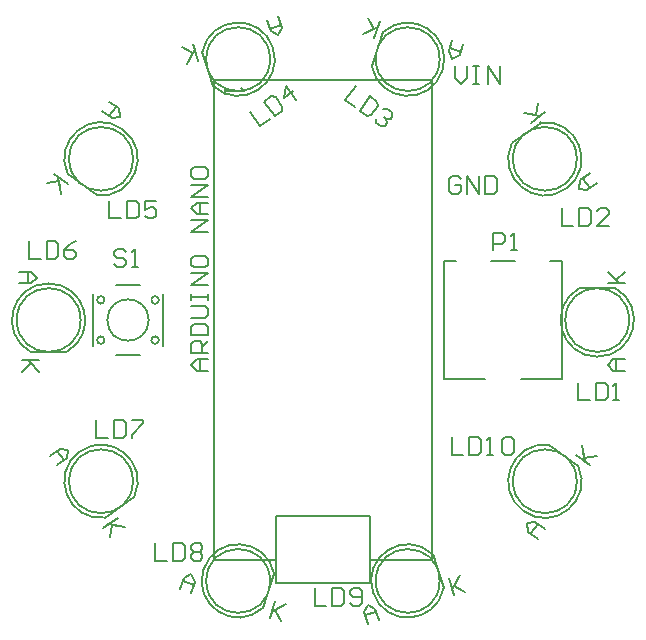
<source format=gto>
%FSLAX42Y42*%
%MOMM*%
G71*
G01*
G75*
G04 Layer_Color=16777215*
%ADD10C,0.50*%
%ADD11C,1.00*%
G04:AMPARAMS|DCode=12|XSize=5mm|YSize=2.5mm|CornerRadius=0.63mm|HoleSize=0mm|Usage=FLASHONLY|Rotation=0.000|XOffset=0mm|YOffset=0mm|HoleType=Round|Shape=RoundedRectangle|*
%AMROUNDEDRECTD12*
21,1,5.00,1.25,0,0,0.0*
21,1,3.75,2.50,0,0,0.0*
1,1,1.25,1.88,-0.63*
1,1,1.25,-1.88,-0.63*
1,1,1.25,-1.88,0.63*
1,1,1.25,1.88,0.63*
%
%ADD12ROUNDEDRECTD12*%
%ADD13C,2.00*%
%ADD14C,1.60*%
%ADD15R,1.60X1.60*%
%ADD16C,2.30*%
%ADD17C,0.20*%
D17*
X-2172Y-271D02*
G03*
X-2473Y-271I-151J271D01*
G01*
X-2052Y0D02*
G03*
X-2052Y0I-270J0D01*
G01*
X-1609Y-1365D02*
G03*
X-1609Y-1365I-270J0D01*
G01*
X-1598Y-1496D02*
G03*
X-1841Y-1673I-281J131D01*
G01*
X-413Y-2149D02*
G03*
X-506Y-2436I-304J-59D01*
G01*
X-448Y-2209D02*
G03*
X-448Y-2209I-270J0D01*
G01*
X988D02*
G03*
X988Y-2209I-270J0D01*
G01*
X929Y-1982D02*
G03*
X1022Y-2268I-211J-227D01*
G01*
X1916Y-1057D02*
G03*
X2160Y-1234I-37J-308D01*
G01*
X2149Y-1365D02*
G03*
X2149Y-1365I-270J0D01*
G01*
X2592Y0D02*
G03*
X2592Y0I-270J0D01*
G01*
X2172Y271D02*
G03*
X2473Y271I151J-271D01*
G01*
X1598Y1496D02*
G03*
X1841Y1673I281J-131D01*
G01*
X2149Y1365D02*
G03*
X2149Y1365I-270J0D01*
G01*
X988Y2209D02*
G03*
X988Y2209I-270J0D01*
G01*
X413Y2149D02*
G03*
X506Y2436I304J59D01*
G01*
X-929Y1982D02*
G03*
X-1022Y2268I211J227D01*
G01*
X-448Y2209D02*
G03*
X-448Y2209I-270J0D01*
G01*
X-1609Y1365D02*
G03*
X-1609Y1365I-270J0D01*
G01*
X-1916Y1057D02*
G03*
X-2160Y1234I37J308D01*
G01*
X-1476Y0D02*
G03*
X-1476Y0I-175J0D01*
G01*
X-1849Y-170D02*
G03*
X-1849Y-170I-32J0D01*
G01*
X-1389D02*
G03*
X-1389Y-170I-32J0D01*
G01*
Y170D02*
G03*
X-1389Y170I-32J0D01*
G01*
X-1849D02*
G03*
X-1849Y170I-32J0D01*
G01*
X-2472Y-270D02*
X-2172D01*
X-1842Y-1672D02*
X-1598Y-1495D01*
X-507Y-2435D02*
X-414Y-2149D01*
X928Y-1982D02*
X1021Y-2268D01*
X1916Y-1058D02*
X2159Y-1235D01*
X2172Y270D02*
X2473D01*
X1598Y1495D02*
X1842Y1672D01*
X414Y2149D02*
X507Y2435D01*
X-1021Y2268D02*
X-928Y1982D01*
X-2159Y1235D02*
X-1916Y1058D01*
X-1351Y-220D02*
Y220D01*
X-1751Y300D02*
X-1551D01*
X-1751Y-300D02*
X-1551D01*
X-1951Y-220D02*
Y220D01*
X400Y-2033D02*
X925D01*
X-925D02*
X-400D01*
Y-2223D02*
Y-1658D01*
X400D01*
Y-2223D02*
Y-1658D01*
X-400Y-2223D02*
X400D01*
X-925Y-2033D02*
Y2032D01*
X925D01*
Y-2033D02*
Y2032D01*
X2024Y-500D02*
Y500D01*
X1024Y-500D02*
Y500D01*
X1924D02*
X2024D01*
X1424D02*
X1624D01*
X1024D02*
X1124D01*
X1674Y-500D02*
X2024D01*
X1024D02*
X1374D01*
X1170Y1195D02*
X1145Y1220D01*
X1095D01*
X1070Y1195D01*
Y1095D01*
X1095Y1070D01*
X1145D01*
X1170Y1095D01*
Y1145D01*
X1120D01*
X1220Y1070D02*
Y1220D01*
X1320Y1070D01*
Y1220D01*
X1370D02*
Y1070D01*
X1445D01*
X1470Y1095D01*
Y1195D01*
X1445Y1220D01*
X1370D01*
X1120Y2150D02*
Y2050D01*
X1170Y2000D01*
X1220Y2050D01*
Y2150D01*
X1270D02*
X1320D01*
X1295D01*
Y2000D01*
X1270D01*
X1320D01*
X1395D02*
Y2150D01*
X1495Y2000D01*
Y2150D01*
X-1667Y575D02*
X-1692Y600D01*
X-1742D01*
X-1767Y575D01*
Y550D01*
X-1742Y525D01*
X-1692D01*
X-1667Y500D01*
Y475D01*
X-1692Y450D01*
X-1742D01*
X-1767Y475D01*
X-1617Y450D02*
X-1567D01*
X-1592D01*
Y600D01*
X-1617Y575D01*
X1440Y590D02*
Y740D01*
X1515D01*
X1540Y715D01*
Y665D01*
X1515Y640D01*
X1440D01*
X1590Y590D02*
X1640D01*
X1615D01*
Y740D01*
X1590Y715D01*
X-970Y-430D02*
X-1070D01*
X-1120Y-380D01*
X-1070Y-330D01*
X-970D01*
X-1045D01*
Y-430D01*
X-970Y-280D02*
X-1120D01*
Y-205D01*
X-1095Y-180D01*
X-1045D01*
X-1020Y-205D01*
Y-280D01*
Y-230D02*
X-970Y-180D01*
X-1120Y-130D02*
X-970D01*
Y-55D01*
X-995Y-30D01*
X-1095D01*
X-1120Y-55D01*
Y-130D01*
Y20D02*
X-995D01*
X-970Y45D01*
Y95D01*
X-995Y120D01*
X-1120D01*
Y170D02*
Y220D01*
Y195D01*
X-970D01*
Y170D01*
Y220D01*
Y295D02*
X-1120D01*
X-970Y395D01*
X-1120D01*
Y520D02*
Y470D01*
X-1095Y445D01*
X-995D01*
X-970Y470D01*
Y520D01*
X-995Y545D01*
X-1095D01*
X-1120Y520D01*
X-970Y745D02*
X-1120D01*
X-970Y845D01*
X-1120D01*
X-970Y895D02*
X-1070D01*
X-1120Y945D01*
X-1070Y995D01*
X-970D01*
X-1045D01*
Y895D01*
X-970Y1045D02*
X-1120D01*
X-970Y1144D01*
X-1120D01*
Y1269D02*
Y1219D01*
X-1095Y1194D01*
X-995D01*
X-970Y1219D01*
Y1269D01*
X-995Y1294D01*
X-1095D01*
X-1120Y1269D01*
X1090Y-990D02*
Y-1140D01*
X1190D01*
X1240Y-990D02*
Y-1140D01*
X1315D01*
X1340Y-1115D01*
Y-1015D01*
X1315Y-990D01*
X1240D01*
X1390Y-1140D02*
X1440D01*
X1415D01*
Y-990D01*
X1390Y-1015D01*
X1515D02*
X1540Y-990D01*
X1590D01*
X1615Y-1015D01*
Y-1115D01*
X1590Y-1140D01*
X1540D01*
X1515Y-1115D01*
Y-1015D01*
X-70Y-2270D02*
Y-2420D01*
X30D01*
X80Y-2270D02*
Y-2420D01*
X155D01*
X180Y-2395D01*
Y-2295D01*
X155Y-2270D01*
X80D01*
X230Y-2395D02*
X255Y-2420D01*
X305D01*
X330Y-2395D01*
Y-2295D01*
X305Y-2270D01*
X255D01*
X230Y-2295D01*
Y-2320D01*
X255Y-2345D01*
X330D01*
X-1420Y-1890D02*
Y-2040D01*
X-1320D01*
X-1270Y-1890D02*
Y-2040D01*
X-1195D01*
X-1170Y-2015D01*
Y-1915D01*
X-1195Y-1890D01*
X-1270D01*
X-1120Y-1915D02*
X-1095Y-1890D01*
X-1045D01*
X-1020Y-1915D01*
Y-1940D01*
X-1045Y-1965D01*
X-1020Y-1990D01*
Y-2015D01*
X-1045Y-2040D01*
X-1095D01*
X-1120Y-2015D01*
Y-1990D01*
X-1095Y-1965D01*
X-1120Y-1940D01*
Y-1915D01*
X-1095Y-1965D02*
X-1045D01*
X-1920Y-850D02*
Y-1000D01*
X-1820D01*
X-1770Y-850D02*
Y-1000D01*
X-1695D01*
X-1670Y-975D01*
Y-875D01*
X-1695Y-850D01*
X-1770D01*
X-1620D02*
X-1520D01*
Y-875D01*
X-1620Y-975D01*
Y-1000D01*
X-2490Y670D02*
Y520D01*
X-2390D01*
X-2340Y670D02*
Y520D01*
X-2265D01*
X-2240Y545D01*
Y645D01*
X-2265Y670D01*
X-2340D01*
X-2090D02*
X-2140Y645D01*
X-2190Y595D01*
Y545D01*
X-2165Y520D01*
X-2115D01*
X-2090Y545D01*
Y570D01*
X-2115Y595D01*
X-2190D01*
X-1810Y1010D02*
Y860D01*
X-1710D01*
X-1660Y1010D02*
Y860D01*
X-1585D01*
X-1560Y885D01*
Y985D01*
X-1585Y1010D01*
X-1660D01*
X-1410D02*
X-1510D01*
Y935D01*
X-1460Y960D01*
X-1435D01*
X-1410Y935D01*
Y885D01*
X-1435Y860D01*
X-1485D01*
X-1510Y885D01*
X-618Y1761D02*
X-530Y1640D01*
X-449Y1699D01*
X-497Y1849D02*
X-409Y1728D01*
X-348Y1772D01*
X-343Y1807D01*
X-401Y1888D01*
X-436Y1894D01*
X-497Y1849D01*
X-227Y1860D02*
X-315Y1982D01*
X-331Y1877D01*
X-251Y1936D01*
X278Y1981D02*
X190Y1860D01*
X271Y1801D01*
X399Y1893D02*
X311Y1772D01*
X372Y1728D01*
X407Y1733D01*
X466Y1814D01*
X460Y1849D01*
X399Y1893D01*
X506Y1785D02*
X541Y1790D01*
X581Y1761D01*
X587Y1726D01*
X572Y1706D01*
X537Y1700D01*
X517Y1715D01*
X537Y1700D01*
X543Y1665D01*
X528Y1645D01*
X493Y1640D01*
X453Y1669D01*
X447Y1704D01*
X2020Y950D02*
Y800D01*
X2120D01*
X2170Y950D02*
Y800D01*
X2245D01*
X2270Y825D01*
Y925D01*
X2245Y950D01*
X2170D01*
X2420Y800D02*
X2320D01*
X2420Y900D01*
Y925D01*
X2395Y950D01*
X2345D01*
X2320Y925D01*
X2160Y-530D02*
Y-680D01*
X2260D01*
X2310Y-530D02*
Y-680D01*
X2385D01*
X2410Y-655D01*
Y-555D01*
X2385Y-530D01*
X2310D01*
X2460Y-680D02*
X2510D01*
X2485D01*
Y-530D01*
X2460Y-555D01*
X-2400Y-340D02*
X-2550D01*
X-2500D01*
X-2400Y-440D01*
X-2475Y-365D01*
X-2550Y-440D01*
X-2570Y410D02*
X-2470D01*
X-2420Y360D01*
X-2470Y310D01*
X-2570D01*
X-2495D01*
Y410D01*
X-2310Y-1150D02*
X-2229Y-1091D01*
X-2159Y-1102D01*
X-2170Y-1172D01*
X-2251Y-1231D01*
X-2191Y-1187D01*
X-2249Y-1106D01*
X-1739Y-1672D02*
X-1860Y-1760D01*
X-1820Y-1731D01*
X-1680Y-1753D01*
X-1785Y-1736D01*
X-1801Y-1841D01*
X-404Y-2377D02*
X-450Y-2520D01*
X-435Y-2472D01*
X-309Y-2408D01*
X-403Y-2456D01*
X-355Y-2551D01*
X-1210Y-2280D02*
X-1179Y-2185D01*
X-1116Y-2153D01*
X-1084Y-2216D01*
X-1115Y-2311D01*
X-1092Y-2240D01*
X-1187Y-2209D01*
X380Y-2570D02*
X349Y-2475D01*
X381Y-2412D01*
X444Y-2444D01*
X475Y-2539D01*
X452Y-2468D01*
X357Y-2499D01*
X1064Y-2187D02*
X1110Y-2330D01*
X1095Y-2282D01*
X1159Y-2156D01*
X1111Y-2251D01*
X1205Y-2299D01*
X2139Y-1142D02*
X2260Y-1230D01*
X2220Y-1201D01*
X2197Y-1061D01*
X2214Y-1166D01*
X2319Y-1149D01*
X1820Y-1850D02*
X1739Y-1791D01*
X1728Y-1721D01*
X1798Y-1710D01*
X1879Y-1769D01*
X1818Y-1725D01*
X1759Y-1806D01*
X2560Y-430D02*
X2460D01*
X2410Y-380D01*
X2460Y-330D01*
X2560D01*
X2485D01*
Y-430D01*
X2410Y310D02*
X2560D01*
X2510D01*
X2410Y410D01*
X2485Y335D01*
X2560Y410D01*
X1759Y1672D02*
X1880Y1760D01*
X1840Y1731D01*
X1700Y1753D01*
X1805Y1736D01*
X1821Y1841D01*
X2320Y1160D02*
X2239Y1101D01*
X2169Y1112D01*
X2180Y1182D01*
X2261Y1241D01*
X2201Y1197D01*
X2259Y1116D01*
X1190Y2340D02*
X1159Y2245D01*
X1096Y2213D01*
X1064Y2276D01*
X1095Y2371D01*
X1072Y2300D01*
X1167Y2269D01*
X434Y2387D02*
X480Y2530D01*
X465Y2482D01*
X339Y2418D01*
X433Y2466D01*
X385Y2561D01*
X-1054Y2197D02*
X-1100Y2340D01*
X-1085Y2292D01*
X-1149Y2166D01*
X-1101Y2261D01*
X-1195Y2309D01*
X-380Y2570D02*
X-349Y2475D01*
X-381Y2412D01*
X-444Y2444D01*
X-475Y2539D01*
X-452Y2468D01*
X-357Y2499D01*
X-1810Y1850D02*
X-1729Y1791D01*
X-1718Y1721D01*
X-1788Y1710D01*
X-1869Y1769D01*
X-1808Y1725D01*
X-1749Y1806D01*
X-2159Y1152D02*
X-2280Y1240D01*
X-2240Y1211D01*
X-2217Y1071D01*
X-2234Y1176D01*
X-2339Y1159D01*
X-826Y1968D02*
Y1915D01*
Y1942D01*
X-666D01*
X-692Y1968D01*
M02*

</source>
